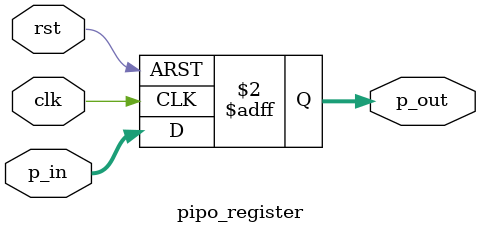
<source format=v>
module pipo_register(input wire [3:0]p_in,
input wire clk,rst,
output reg [3:0]p_out
);
always @(posedge clk or posedge rst) begin
    if (rst)
    p_out <=4'b0000;
    else  
        p_out <= p_in;
end
endmodule

</source>
